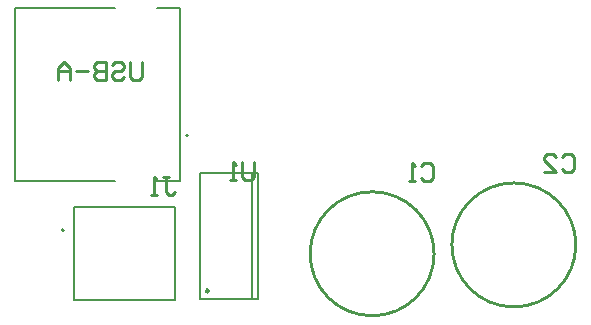
<source format=gbo>
G04*
G04 #@! TF.GenerationSoftware,Altium Limited,Altium Designer,18.0.9 (584)*
G04*
G04 Layer_Color=32896*
%FSLAX25Y25*%
%MOIN*%
G70*
G01*
G75*
%ADD10C,0.01000*%
%ADD11C,0.00787*%
%ADD12C,0.00984*%
%ADD13C,0.00500*%
D10*
X29528Y85526D02*
Y80527D01*
X28528Y79528D01*
X26528D01*
X25529Y80527D01*
Y85526D01*
X19531Y84526D02*
X20530Y85526D01*
X22530D01*
X23529Y84526D01*
Y83526D01*
X22530Y82527D01*
X20530D01*
X19531Y81527D01*
Y80527D01*
X20530Y79528D01*
X22530D01*
X23529Y80527D01*
X17531Y85526D02*
Y79528D01*
X14532D01*
X13533Y80527D01*
Y81527D01*
X14532Y82527D01*
X17531D01*
X14532D01*
X13533Y83526D01*
Y84526D01*
X14532Y85526D01*
X17531D01*
X11533Y82527D02*
X7535D01*
X5535Y79528D02*
Y83526D01*
X3536Y85526D01*
X1537Y83526D01*
Y79528D01*
Y82527D01*
X5535D01*
X66929Y52258D02*
Y47260D01*
X65929Y46260D01*
X63930D01*
X62930Y47260D01*
Y52258D01*
X60931Y46260D02*
X58932D01*
X59931D01*
Y52258D01*
X60931Y51258D01*
X36622Y47198D02*
X38621D01*
X37621D01*
Y42200D01*
X38621Y41200D01*
X39621D01*
X40620Y42200D01*
X34622Y41200D02*
X32623D01*
X33623D01*
Y47198D01*
X34622Y46198D01*
X169714Y53760D02*
X170714Y54760D01*
X172713D01*
X173713Y53760D01*
Y49761D01*
X172713Y48761D01*
X170714D01*
X169714Y49761D01*
X163716Y48761D02*
X167715D01*
X163716Y52760D01*
Y53760D01*
X164716Y54760D01*
X166715D01*
X167715Y53760D01*
X122501Y50798D02*
X123501Y51798D01*
X125500D01*
X126500Y50798D01*
Y46800D01*
X125500Y45800D01*
X123501D01*
X122501Y46800D01*
X120502Y45800D02*
X118503D01*
X119502D01*
Y51798D01*
X120502Y50798D01*
D11*
X44972Y61158D02*
G03*
X44972Y61158I-394J0D01*
G01*
X3543Y29449D02*
G03*
X3543Y29449I-394J0D01*
G01*
X48819Y48425D02*
X68110D01*
X48819Y6693D02*
X68110D01*
X48819D02*
Y48425D01*
X68110Y6693D02*
Y48425D01*
X66142Y6693D02*
Y48425D01*
D12*
X51870Y9252D02*
G03*
X51870Y9252I-492J0D01*
G01*
X174213Y24606D02*
G03*
X174213Y24606I-20669J0D01*
G01*
X126969Y21654D02*
G03*
X126969Y21654I-20669J0D01*
G01*
D13*
X34449Y46004D02*
X42323D01*
Y103602D01*
X34449D02*
X42323D01*
X-12795Y46004D02*
X20630D01*
X-12795D02*
Y103602D01*
X20630D01*
X7087Y37126D02*
X40551D01*
X7087Y6181D02*
Y37126D01*
Y6181D02*
X40551D01*
Y37126D01*
M02*

</source>
